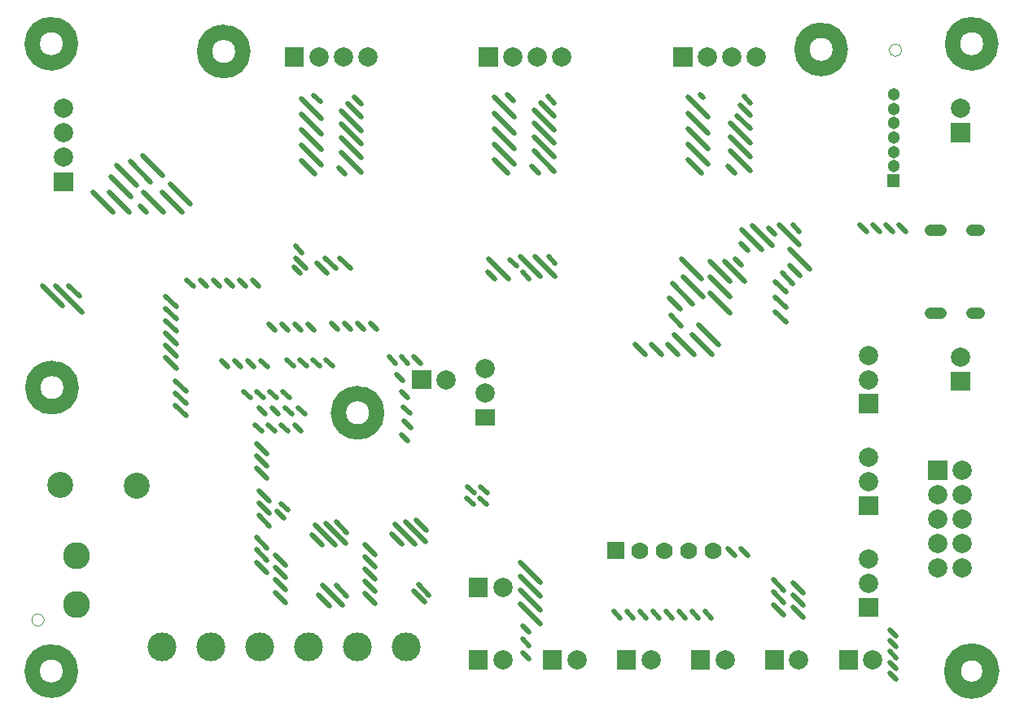
<source format=gbs>
G04 Layer: BottomSolderMaskLayer*
G04 EasyEDA v6.3.39, 2020-04-29T16:10:24+08:00*
G04 8e32648d726441b9b9f64577d1232170,fed530592efb474aaabf7115e2e2b964,10*
G04 Gerber Generator version 0.2*
G04 Scale: 100 percent, Rotated: No, Reflected: No *
G04 Dimensions in millimeters *
G04 leading zeros omitted , absolute positions ,3 integer and 3 decimal *
%FSLAX33Y33*%
%MOMM*%
G90*
G71D02*

%ADD16C,0.499999*%
%ADD60C,1.799996*%
%ADD72C,1.203198*%
%ADD75C,1.599997*%
%ADD76C,0.100000*%
%ADD83C,2.703195*%
%ADD87C,1.778000*%
%ADD98C,2.003196*%
%ADD100C,2.803195*%
%ADD117R,2.003196X1.778000*%
%ADD118C,3.003296*%
%ADD120C,1.303198*%

%LPD*%
G54D16*
G01X32568Y60901D02*
G01X34689Y58780D01*
G01X33275Y61640D02*
G01X34689Y60226D01*
G01X33982Y62294D02*
G01X34689Y61587D01*
G01X32568Y59501D02*
G01X34689Y57380D01*
G01X32568Y58101D02*
G01X34689Y55980D01*
G01X32568Y56601D02*
G01X34689Y54480D01*
G01X28461Y62201D02*
G01X30582Y60080D01*
G01X28461Y60576D02*
G01X30582Y58455D01*
G01X28461Y58951D02*
G01X30582Y56830D01*
G01X28461Y57326D02*
G01X30582Y55205D01*
G01X28461Y55701D02*
G01X29875Y54287D01*
G01X32361Y54994D02*
G01X33068Y54287D01*
G01X29761Y62501D02*
G01X30468Y61794D01*
G01X49861Y62601D02*
G01X50568Y61894D01*
G01X48561Y62301D02*
G01X50682Y60180D01*
G01X48561Y60676D02*
G01X50682Y58555D01*
G01X48561Y59051D02*
G01X50682Y56930D01*
G01X48561Y57426D02*
G01X50682Y55305D01*
G01X48561Y55801D02*
G01X49975Y54387D01*
G01X52461Y55094D02*
G01X53168Y54387D01*
G01X52668Y56701D02*
G01X54789Y54580D01*
G01X52668Y58201D02*
G01X54789Y56080D01*
G01X52668Y59601D02*
G01X54789Y57480D01*
G01X52668Y61001D02*
G01X54789Y58880D01*
G01X53375Y61740D02*
G01X54789Y60326D01*
G01X54082Y62394D02*
G01X54789Y61687D01*
G01X69961Y62601D02*
G01X70314Y62247D01*
G01X68661Y62301D02*
G01X70782Y60180D01*
G01X68661Y60676D02*
G01X70782Y58555D01*
G01X68661Y59051D02*
G01X70782Y56930D01*
G01X68661Y57426D02*
G01X70782Y55305D01*
G01X68661Y55801D02*
G01X70075Y54387D01*
G01X72861Y55101D02*
G01X73568Y54394D01*
G01X73068Y56708D02*
G01X75189Y54587D01*
G01X73068Y58208D02*
G01X75189Y56087D01*
G01X73068Y59608D02*
G01X75189Y57487D01*
G01X73775Y60401D02*
G01X75189Y58987D01*
G01X74061Y61501D02*
G01X75192Y60370D01*
G01X74482Y62401D02*
G01X75189Y61694D01*
G01X51261Y45701D02*
G01X53382Y43580D01*
G01X51461Y44101D02*
G01X52168Y43394D01*
G01X50061Y43401D02*
G01X47940Y45522D01*
G01X50861Y44701D02*
G01X50154Y45408D01*
G01X54161Y45701D02*
G01X54868Y44994D01*
G01X78161Y49001D02*
G01X80282Y46880D01*
G01X79561Y49001D02*
G01X80268Y48294D01*
G01X77061Y48701D02*
G01X77768Y47994D01*
G01X74907Y46347D02*
G01X74200Y47054D01*
G01X76361Y46401D02*
G01X74240Y48522D01*
G01X77461Y46840D02*
G01X75340Y48962D01*
G01X72461Y45201D02*
G01X74582Y43080D01*
G01X70961Y45201D02*
G01X73082Y43080D01*
G01X70961Y43601D02*
G01X73082Y41480D01*
G01X74261Y44801D02*
G01X73554Y45508D01*
G01X79261Y46501D02*
G01X81382Y44380D01*
G01X79261Y44801D02*
G01X80392Y43670D01*
G01X77761Y43101D02*
G01X78892Y41969D01*
G01X77761Y41501D02*
G01X78892Y40369D01*
G01X77761Y40001D02*
G01X78892Y38869D01*
G01X67961Y45501D02*
G01X70082Y43380D01*
G01X70961Y41901D02*
G01X73082Y39780D01*
G01X68161Y43601D02*
G01X70282Y41480D01*
G01X67061Y42901D02*
G01X69182Y40780D01*
G01X69761Y38601D02*
G01X71882Y36480D01*
G01X69061Y37591D02*
G01X71182Y35470D01*
G01X67261Y37601D02*
G01X69382Y35480D01*
G01X66861Y39601D02*
G01X67992Y38469D01*
G01X66761Y41401D02*
G01X67892Y40269D01*
G01X66561Y36601D02*
G01X67692Y35469D01*
G01X63161Y36601D02*
G01X64292Y35470D01*
G01X64861Y36601D02*
G01X65992Y35469D01*
G01X32461Y45601D02*
G01X33592Y44469D01*
G01X30927Y45601D02*
G01X32059Y44469D01*
G01X30061Y45101D02*
G01X31192Y43969D01*
G01X27861Y45601D02*
G01X28992Y44469D01*
G01X14361Y41601D02*
G01X15492Y40469D01*
G01X14361Y40321D02*
G01X15492Y39190D01*
G01X14361Y39041D02*
G01X15492Y37910D01*
G01X14361Y37761D02*
G01X15492Y36629D01*
G01X14361Y36481D02*
G01X15492Y35349D01*
G01X14361Y35201D02*
G01X15492Y34069D01*
G01X11961Y56201D02*
G01X14082Y54080D01*
G01X10661Y55601D02*
G01X12782Y53480D01*
G01X9261Y55201D02*
G01X11382Y53080D01*
G01X8661Y54001D02*
G01X10782Y51880D01*
G01X6761Y52401D02*
G01X8882Y50280D01*
G01X12061Y52401D02*
G01X14182Y50280D01*
G01X13961Y52401D02*
G01X16082Y50280D01*
G01X14861Y53301D02*
G01X16982Y51180D01*
G01X11661Y50987D02*
G01X12368Y50280D01*
G01X16561Y43301D02*
G01X17268Y42594D01*
G01X17921Y43301D02*
G01X18628Y42594D01*
G01X19281Y43301D02*
G01X19988Y42594D01*
G01X20641Y43301D02*
G01X21348Y42594D01*
G01X22001Y43301D02*
G01X22708Y42594D01*
G01X23361Y43301D02*
G01X24068Y42594D01*
G01X47861Y44108D02*
G01X48568Y43401D01*
G01X27661Y44677D02*
G01X28368Y43969D01*
G01X27861Y46801D02*
G01X28568Y46094D01*
G01X32921Y38801D02*
G01X33628Y38094D01*
G01X31561Y38801D02*
G01X32268Y38094D01*
G01X34281Y38801D02*
G01X34988Y38094D01*
G01X35641Y38801D02*
G01X36348Y38094D01*
G01X26421Y38701D02*
G01X27128Y37994D01*
G01X25061Y38701D02*
G01X25768Y37994D01*
G01X27781Y38701D02*
G01X28488Y37994D01*
G01X29141Y38701D02*
G01X29848Y37994D01*
G01X28321Y35001D02*
G01X29028Y34294D01*
G01X26961Y35001D02*
G01X27668Y34294D01*
G01X29681Y35001D02*
G01X30388Y34294D01*
G01X31041Y35001D02*
G01X31748Y34294D01*
G01X21521Y34901D02*
G01X22228Y34194D01*
G01X20161Y34901D02*
G01X20868Y34194D01*
G01X22881Y34901D02*
G01X23588Y34194D01*
G01X24241Y34901D02*
G01X24948Y34194D01*
G01X23821Y31701D02*
G01X24528Y30994D01*
G01X22461Y31701D02*
G01X23168Y30994D01*
G01X25181Y31701D02*
G01X25888Y30994D01*
G01X26541Y31701D02*
G01X27248Y30994D01*
G01X25421Y30001D02*
G01X26128Y29294D01*
G01X24061Y30001D02*
G01X24768Y29294D01*
G01X26781Y30001D02*
G01X27488Y29294D01*
G01X28141Y30001D02*
G01X28848Y29294D01*
G01X25021Y28201D02*
G01X25728Y27494D01*
G01X23661Y28201D02*
G01X24368Y27494D01*
G01X26381Y28201D02*
G01X27088Y27494D01*
G01X27741Y28201D02*
G01X28448Y27494D01*
G01X15361Y30241D02*
G01X16492Y29110D01*
G01X15361Y31521D02*
G01X16492Y30389D01*
G01X15361Y32801D02*
G01X16492Y31669D01*
G01X23761Y23741D02*
G01X24892Y22609D01*
G01X23761Y25021D02*
G01X24892Y23889D01*
G01X23761Y26301D02*
G01X24892Y25169D01*
G01X24061Y18801D02*
G01X25192Y17669D01*
G01X24061Y20081D02*
G01X25192Y18949D01*
G01X24061Y21361D02*
G01X25192Y20229D01*
G01X23761Y13941D02*
G01X24892Y12809D01*
G01X23761Y15221D02*
G01X24892Y14089D01*
G01X23761Y16501D02*
G01X24892Y15369D01*
G01X25761Y12141D02*
G01X26892Y11009D01*
G01X25761Y13421D02*
G01X26892Y12289D01*
G01X25761Y14701D02*
G01X26892Y13569D01*
G01X51261Y13901D02*
G01X53382Y11780D01*
G01X51261Y12468D02*
G01X53382Y10346D01*
G01X51261Y11034D02*
G01X53382Y8913D01*
G01X51261Y9601D02*
G01X53382Y7480D01*
G01X79561Y9241D02*
G01X80692Y8109D01*
G01X79561Y10521D02*
G01X80692Y9389D01*
G01X79561Y11801D02*
G01X80692Y10669D01*
G01X77561Y9541D02*
G01X78692Y8409D01*
G01X77561Y10821D02*
G01X78692Y9689D01*
G01X77561Y12101D02*
G01X78692Y10969D01*
G01X60961Y8801D02*
G01X61668Y8094D01*
G01X62315Y8801D02*
G01X63022Y8094D01*
G01X63669Y8801D02*
G01X64377Y8094D01*
G01X65024Y8801D02*
G01X65731Y8094D01*
G01X66378Y8801D02*
G01X67085Y8094D01*
G01X67732Y8801D02*
G01X68439Y8094D01*
G01X69087Y8801D02*
G01X69794Y8094D01*
G01X70441Y8801D02*
G01X71148Y8094D01*
G01X86561Y49001D02*
G01X87268Y48294D01*
G01X87921Y49001D02*
G01X88628Y48294D01*
G01X89281Y49001D02*
G01X89988Y48294D01*
G01X90641Y49001D02*
G01X91348Y48294D01*
G01X78461Y44001D02*
G01X79592Y42869D01*
G01X52761Y45701D02*
G01X54882Y43580D01*
G01X26361Y20001D02*
G01X27068Y19294D01*
G01X25961Y19201D02*
G01X26668Y18494D01*
G01X37561Y35301D02*
G01X38268Y34594D01*
G01X38861Y35301D02*
G01X39568Y34594D01*
G01X40161Y35301D02*
G01X40868Y34594D01*
G01X38361Y33501D02*
G01X39068Y32794D01*
G01X38861Y31701D02*
G01X39568Y30994D01*
G01X39061Y30101D02*
G01X39768Y29394D01*
G01X39161Y28601D02*
G01X39868Y27894D01*
G01X38861Y27201D02*
G01X39568Y26494D01*
G01X51461Y7301D02*
G01X52168Y6594D01*
G01X51461Y5901D02*
G01X52168Y5194D01*
G01X51461Y4501D02*
G01X52168Y3794D01*
G01X35061Y15801D02*
G01X36192Y14669D01*
G01X35061Y14521D02*
G01X36192Y13389D01*
G01X35061Y13241D02*
G01X36192Y12109D01*
G01X35061Y11961D02*
G01X36192Y10829D01*
G01X35061Y10681D02*
G01X36192Y9549D01*
G01X45761Y21801D02*
G01X46468Y21094D01*
G01X47115Y21801D02*
G01X47822Y21094D01*
G01X45661Y20601D02*
G01X46368Y19894D01*
G01X47015Y20601D02*
G01X47722Y19894D01*
G01X72861Y15301D02*
G01X73568Y14594D01*
G01X74215Y15301D02*
G01X74922Y14594D01*
G01X89661Y5776D02*
G01X90368Y5069D01*
G01X89661Y6901D02*
G01X90368Y6194D01*
G01X89661Y2401D02*
G01X90368Y1694D01*
G01X89661Y3526D02*
G01X90368Y2819D01*
G01X89661Y4651D02*
G01X90368Y3944D01*
G01X8461Y52401D02*
G01X10582Y50280D01*
G01X30961Y18001D02*
G01X33082Y15880D01*
G01X29861Y17801D02*
G01X31982Y15680D01*
G01X29561Y16801D02*
G01X30692Y15669D01*
G01X32061Y18101D02*
G01X33192Y16969D01*
G01X37861Y16901D02*
G01X38992Y15769D01*
G01X38161Y17901D02*
G01X40282Y15780D01*
G01X39261Y18101D02*
G01X41382Y15980D01*
G01X40361Y18301D02*
G01X41492Y17169D01*
G01X30261Y10501D02*
G01X31392Y9369D01*
G01X40161Y10901D02*
G01X41292Y9769D01*
G01X40661Y11601D02*
G01X41792Y10469D01*
G01X32061Y11501D02*
G01X33192Y10369D01*
G01X30661Y11501D02*
G01X32782Y9380D01*
G01X25761Y10801D02*
G01X26892Y9669D01*
G01X2861Y42701D02*
G01X5689Y39872D01*
G01X1561Y42701D02*
G01X3682Y40580D01*
G01X4261Y42701D02*
G01X5392Y41569D01*
G54D72*
G01X99023Y48481D02*
G01X98223Y48481D01*
G01X99023Y39841D02*
G01X98223Y39841D01*
G01X95023Y48481D02*
G01X93923Y48481D01*
G01X95023Y39841D02*
G01X93923Y39841D01*
G54D83*
G01X11382Y21825D03*
G01X3382Y21952D03*
G54D87*
G01X71341Y15101D03*
G01X68801Y15101D03*
G01X66261Y15101D03*
G01X63721Y15101D03*
G36*
G01X60291Y14211D02*
G01X60291Y15989D01*
G01X62069Y15989D01*
G01X62069Y14211D01*
G01X60291Y14211D01*
G37*
G36*
G01X86460Y29400D02*
G01X86460Y31401D01*
G01X88462Y31401D01*
G01X88462Y29400D01*
G01X86460Y29400D01*
G37*
G54D98*
G01X87461Y32901D03*
G01X87461Y35401D03*
G36*
G01X86460Y8199D02*
G01X86460Y10203D01*
G01X88462Y10203D01*
G01X88462Y8199D01*
G01X86460Y8199D01*
G37*
G01X87461Y11701D03*
G01X87461Y14201D03*
G36*
G01X86460Y18798D02*
G01X86460Y20802D01*
G01X88462Y20802D01*
G01X88462Y18798D01*
G01X86460Y18798D01*
G37*
G01X87461Y22301D03*
G01X87461Y24801D03*
G54D100*
G01X5061Y14541D03*
G01X5061Y9461D03*
G36*
G01X2760Y52489D02*
G01X2760Y54493D01*
G01X4761Y54493D01*
G01X4761Y52489D01*
G01X2760Y52489D01*
G37*
G54D98*
G01X3761Y56031D03*
G01X3761Y58571D03*
G01X3761Y61111D03*
G36*
G01X26750Y65498D02*
G01X26750Y67503D01*
G01X28751Y67503D01*
G01X28751Y65498D01*
G01X26750Y65498D01*
G37*
G01X30291Y66501D03*
G01X32831Y66501D03*
G01X35371Y66501D03*
G36*
G01X46940Y65498D02*
G01X46940Y67503D01*
G01X48942Y67503D01*
G01X48942Y65498D01*
G01X46940Y65498D01*
G37*
G01X50481Y66501D03*
G01X53021Y66501D03*
G01X55561Y66501D03*
G36*
G01X67149Y65498D02*
G01X67149Y67503D01*
G01X69153Y67503D01*
G01X69153Y65498D01*
G01X67149Y65498D01*
G37*
G01X70691Y66501D03*
G01X73231Y66501D03*
G01X75771Y66501D03*
G36*
G01X39988Y31899D02*
G01X39988Y33903D01*
G01X41992Y33903D01*
G01X41992Y31899D01*
G01X39988Y31899D01*
G37*
G01X43531Y32901D03*
G36*
G01X96064Y57630D02*
G01X96064Y59634D01*
G01X98066Y59634D01*
G01X98066Y57630D01*
G01X96064Y57630D01*
G37*
G01X97065Y61171D03*
G36*
G01X84390Y2720D02*
G01X84390Y4724D01*
G01X86392Y4724D01*
G01X86392Y2720D01*
G01X84390Y2720D01*
G37*
G01X87931Y3722D03*
G36*
G01X76689Y2720D02*
G01X76689Y4724D01*
G01X78693Y4724D01*
G01X78693Y2720D01*
G01X76689Y2720D01*
G37*
G01X80231Y3722D03*
G36*
G01X53590Y2720D02*
G01X53590Y4724D01*
G01X55592Y4724D01*
G01X55592Y2720D01*
G01X53590Y2720D01*
G37*
G01X57131Y3722D03*
G36*
G01X61289Y2720D02*
G01X61289Y4724D01*
G01X63293Y4724D01*
G01X63293Y2720D01*
G01X61289Y2720D01*
G37*
G01X64831Y3722D03*
G36*
G01X68990Y2720D02*
G01X68990Y4724D01*
G01X70992Y4724D01*
G01X70992Y2720D01*
G01X68990Y2720D01*
G37*
G01X72531Y3722D03*
G01X47561Y34041D03*
G01X47561Y31501D03*
G54D117*
G01X47561Y28961D03*
G54D98*
G01X97231Y13321D03*
G01X94691Y13321D03*
G01X97231Y15861D03*
G01X94691Y15861D03*
G01X97231Y18401D03*
G01X94691Y18401D03*
G01X97231Y20941D03*
G01X94691Y20941D03*
G01X97231Y23481D03*
G36*
G01X93689Y22478D02*
G01X93689Y24483D01*
G01X95693Y24483D01*
G01X95693Y22478D01*
G01X93689Y22478D01*
G37*
G54D118*
G01X39360Y5101D03*
G01X34280Y5101D03*
G01X29202Y5100D03*
G01X24120Y5101D03*
G01X19040Y5101D03*
G01X13963Y5099D03*
G36*
G01X89409Y52948D02*
G01X89409Y54251D01*
G01X90712Y54251D01*
G01X90712Y52948D01*
G01X89409Y52948D01*
G37*
G54D120*
G01X90060Y55099D03*
G01X90060Y56600D03*
G01X90060Y58101D03*
G01X90060Y59602D03*
G01X90060Y61101D03*
G01X90062Y62602D03*
G36*
G01X96064Y31729D02*
G01X96064Y33731D01*
G01X98066Y33731D01*
G01X98066Y31729D01*
G01X96064Y31729D01*
G37*
G54D98*
G01X97065Y35270D03*
G36*
G01X45889Y10299D02*
G01X45889Y12301D01*
G01X47890Y12301D01*
G01X47890Y10299D01*
G01X45889Y10299D01*
G37*
G01X49430Y11300D03*
G36*
G01X45889Y2722D02*
G01X45889Y4724D01*
G01X47890Y4724D01*
G01X47890Y2722D01*
G01X45889Y2722D01*
G37*
G01X49430Y3723D03*
G54D75*
G75*
G01X4538Y32075D02*
G03X4538Y32075I-2000J0D01*
G01*
G75*
G01X36328Y29455D02*
G03X36328Y29455I-2000J0D01*
G01*
G54D60*
G75*
G01X100198Y2575D02*
G03X100198Y2575I-2000J0D01*
G01*
G54D75*
G75*
G01X22398Y67055D02*
G03X22398Y67055I-2000J0D01*
G01*
G75*
G01X84538Y67265D02*
G03X84538Y67265I-2000J0D01*
G01*
G75*
G01X100198Y67855D02*
G03X100198Y67855I-2000J0D01*
G01*
G75*
G01X4469Y2575D02*
G03X4469Y2575I-2000J0D01*
G01*
G75*
G01X4470Y67855D02*
G03X4470Y67855I-2000J0D01*
G01*
G54D76*
G75*
G01X1728Y7888D02*
G03X1728Y7888I-650J0D01*
G01*
G75*
G01X90928Y67188D02*
G03X90928Y67188I-650J0D01*
G01*
M00*
M02*

</source>
